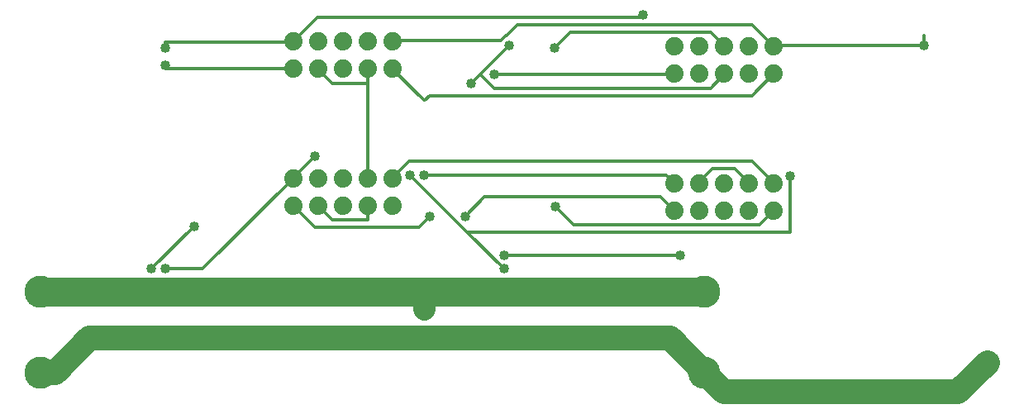
<source format=gbl>
G75*
%MOIN*%
%OFA0B0*%
%FSLAX25Y25*%
%IPPOS*%
%LPD*%
%AMOC8*
5,1,8,0,0,1.08239X$1,22.5*
%
%ADD10C,0.07400*%
%ADD11C,0.13000*%
%ADD12C,0.09843*%
%ADD13C,0.04362*%
%ADD14C,0.05118*%
%ADD15C,0.01200*%
%ADD16C,0.04000*%
%ADD17C,0.11811*%
%ADD18C,0.09000*%
D10*
X0130606Y0088020D03*
X0140606Y0088020D03*
X0150606Y0088020D03*
X0160606Y0088020D03*
X0170606Y0088020D03*
X0170606Y0099020D03*
X0160606Y0099020D03*
X0150606Y0099020D03*
X0140606Y0099020D03*
X0130606Y0099020D03*
X0130606Y0143138D03*
X0140606Y0143138D03*
X0150606Y0143138D03*
X0160606Y0143138D03*
X0170606Y0143138D03*
X0170606Y0154138D03*
X0160606Y0154138D03*
X0150606Y0154138D03*
X0140606Y0154138D03*
X0130606Y0154138D03*
X0284150Y0152169D03*
X0294150Y0152169D03*
X0304150Y0152169D03*
X0314150Y0152169D03*
X0324150Y0152169D03*
X0324150Y0141169D03*
X0314150Y0141169D03*
X0304150Y0141169D03*
X0294150Y0141169D03*
X0284150Y0141169D03*
X0284150Y0097051D03*
X0294150Y0097051D03*
X0304150Y0097051D03*
X0314150Y0097051D03*
X0324150Y0097051D03*
X0324150Y0086051D03*
X0314150Y0086051D03*
X0304150Y0086051D03*
X0294150Y0086051D03*
X0284150Y0086051D03*
D11*
X0028559Y0020685D03*
X0028559Y0053165D03*
X0296276Y0053165D03*
X0296276Y0020685D03*
D12*
X0304150Y0012811D01*
X0398638Y0012811D01*
X0410449Y0024622D01*
X0296276Y0020685D02*
X0282496Y0034465D01*
X0252969Y0034465D01*
X0099425Y0034465D01*
X0048244Y0034465D01*
X0034465Y0020685D01*
X0028559Y0020685D01*
D13*
X0099425Y0032496D03*
X0252969Y0034465D03*
X0410449Y0024622D03*
D14*
X0099425Y0032496D02*
X0099425Y0034465D01*
D15*
X0094012Y0062516D02*
X0078756Y0062516D01*
X0073343Y0062516D02*
X0090567Y0079740D01*
X0094012Y0062516D02*
X0130429Y0098933D01*
X0130606Y0099020D01*
X0130921Y0099425D01*
X0139287Y0107791D01*
X0160449Y0099425D02*
X0160606Y0099020D01*
X0160449Y0099425D02*
X0160449Y0137319D01*
X0160449Y0142732D01*
X0160606Y0143138D01*
X0160449Y0137319D02*
X0146177Y0137319D01*
X0140764Y0142732D01*
X0140606Y0143138D01*
X0130606Y0143138D02*
X0130429Y0143224D01*
X0078756Y0143224D01*
X0078756Y0144701D01*
X0078756Y0151591D02*
X0078756Y0154051D01*
X0130429Y0154051D01*
X0130606Y0154138D01*
X0130921Y0154543D01*
X0140272Y0163894D01*
X0270685Y0163894D01*
X0271669Y0164878D01*
X0298736Y0157988D02*
X0242142Y0157988D01*
X0235744Y0151591D01*
X0220980Y0160941D02*
X0315469Y0160941D01*
X0323835Y0152575D01*
X0324150Y0152169D01*
X0324327Y0152575D01*
X0384858Y0152575D01*
X0384858Y0156512D01*
X0324150Y0141169D02*
X0323835Y0140764D01*
X0315469Y0132398D01*
X0185547Y0132398D01*
X0183579Y0130429D01*
X0183087Y0130429D01*
X0170783Y0142732D01*
X0170606Y0143138D01*
X0170606Y0154138D02*
X0170783Y0154543D01*
X0214091Y0154543D01*
X0216059Y0156512D01*
X0216551Y0156512D01*
X0220980Y0160941D01*
X0217535Y0152575D02*
X0205970Y0141010D01*
X0211630Y0135350D01*
X0298736Y0135350D01*
X0304150Y0140764D01*
X0304150Y0141169D01*
X0284150Y0141169D02*
X0283972Y0140764D01*
X0211630Y0140764D01*
X0205970Y0141010D02*
X0202280Y0137319D01*
X0177181Y0105823D02*
X0315469Y0105823D01*
X0323835Y0097457D01*
X0324150Y0097051D01*
X0330724Y0099917D02*
X0330724Y0077280D01*
X0201295Y0077280D01*
X0201049Y0077033D01*
X0215567Y0062516D01*
X0215567Y0067929D02*
X0286433Y0067929D01*
X0318421Y0080232D02*
X0323835Y0085646D01*
X0324150Y0086051D01*
X0318421Y0080232D02*
X0243618Y0080232D01*
X0236236Y0087614D01*
X0207693Y0091551D02*
X0199819Y0083677D01*
X0185547Y0083677D02*
X0181118Y0079248D01*
X0139287Y0079248D01*
X0130921Y0087614D01*
X0130606Y0088020D01*
X0140606Y0088020D02*
X0140764Y0087614D01*
X0146177Y0082201D01*
X0160449Y0082201D01*
X0160449Y0087614D01*
X0160606Y0088020D01*
X0170606Y0099020D02*
X0170783Y0099425D01*
X0177181Y0105823D01*
X0177673Y0100409D02*
X0201049Y0077033D01*
X0207693Y0091551D02*
X0278559Y0091551D01*
X0283972Y0086138D01*
X0284150Y0086051D01*
X0284150Y0097051D02*
X0283972Y0097457D01*
X0281020Y0100409D01*
X0183087Y0100409D01*
X0212400Y0053165D02*
X0212400Y0048600D01*
X0294150Y0097051D02*
X0294307Y0097457D01*
X0299720Y0102870D01*
X0308579Y0102870D01*
X0313992Y0097457D01*
X0314150Y0097051D01*
X0304150Y0152169D02*
X0304150Y0152575D01*
X0298736Y0157988D01*
D16*
X0271669Y0164878D03*
X0235744Y0151591D03*
X0217535Y0152575D03*
X0211630Y0140764D03*
X0202280Y0137319D03*
X0139287Y0107791D03*
X0177673Y0100409D03*
X0183087Y0100409D03*
X0185547Y0083677D03*
X0199819Y0083677D03*
X0215567Y0067929D03*
X0215567Y0062516D03*
X0183087Y0046276D03*
X0236236Y0087614D03*
X0286433Y0067929D03*
X0330724Y0099917D03*
X0384858Y0152575D03*
X0090567Y0079740D03*
X0078756Y0062516D03*
X0073343Y0062516D03*
X0078756Y0144701D03*
X0078756Y0151591D03*
D17*
X0028559Y0053165D02*
X0183087Y0053165D01*
X0212400Y0053165D01*
X0296276Y0053165D01*
D18*
X0183087Y0053165D02*
X0183087Y0046276D01*
M02*

</source>
